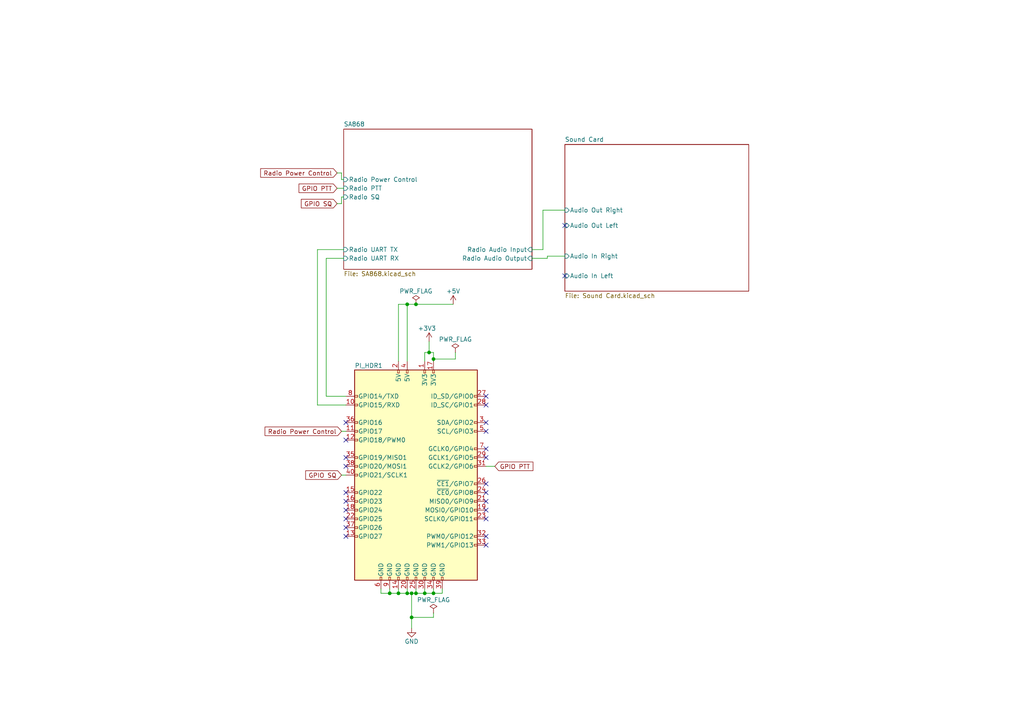
<source format=kicad_sch>
(kicad_sch (version 20211123) (generator eeschema)
  (paper "A4")
  (lib_symbols
    (symbol "Connector:Raspberry_Pi_2_3" (pin_names (offset 1.016))
      (property "Reference" "J" (at -17.78 31.75 0))
      (property "Value" "Raspberry_Pi_2_3" (at 10.16 -31.75 0))
      (symbol "Raspberry_Pi_2_3_0_1"
        (rectangle (start -17.78 30.48) (end 17.78 -30.48) (stroke (width 0.254)) (fill (type background)))
      )
      (symbol "Raspberry_Pi_2_3_1_1"
        (rectangle (start -16.891 -17.526) (end -17.78 -18.034))
        (rectangle (start -16.891 -14.986) (end -17.78 -15.494))
        (rectangle (start -16.891 -12.446) (end -17.78 -12.954))
        (rectangle (start -16.891 -9.906) (end -17.78 -10.414))
        (rectangle (start -16.891 -7.366) (end -17.78 -7.874))
        (rectangle (start -16.891 -4.826) (end -17.78 -5.334))
        (rectangle (start -16.891 0.254) (end -17.78 -0.254))
        (rectangle (start -16.891 2.794) (end -17.78 2.286))
        (rectangle (start -16.891 5.334) (end -17.78 4.826))
        (rectangle (start -16.891 10.414) (end -17.78 9.906))
        (rectangle (start -16.891 12.954) (end -17.78 12.446))
        (rectangle (start -16.891 15.494) (end -17.78 14.986))
        (rectangle (start -16.891 20.574) (end -17.78 20.066))
        (rectangle (start -16.891 23.114) (end -17.78 22.606))
        (rectangle (start -10.414 -29.591) (end -9.906 -30.48))
        (rectangle (start -7.874 -29.591) (end -7.366 -30.48))
        (rectangle (start -5.334 -29.591) (end -4.826 -30.48))
        (rectangle (start -5.334 30.48) (end -4.826 29.591))
        (rectangle (start -2.794 -29.591) (end -2.286 -30.48))
        (rectangle (start -2.794 30.48) (end -2.286 29.591))
        (rectangle (start -0.254 -29.591) (end 0.254 -30.48))
        (rectangle (start 2.286 -29.591) (end 2.794 -30.48))
        (rectangle (start 2.286 30.48) (end 2.794 29.591))
        (rectangle (start 4.826 -29.591) (end 5.334 -30.48))
        (rectangle (start 4.826 30.48) (end 5.334 29.591))
        (rectangle (start 7.366 -29.591) (end 7.874 -30.48))
        (rectangle (start 17.78 -20.066) (end 16.891 -20.574))
        (rectangle (start 17.78 -17.526) (end 16.891 -18.034))
        (rectangle (start 17.78 -12.446) (end 16.891 -12.954))
        (rectangle (start 17.78 -9.906) (end 16.891 -10.414))
        (rectangle (start 17.78 -7.366) (end 16.891 -7.874))
        (rectangle (start 17.78 -4.826) (end 16.891 -5.334))
        (rectangle (start 17.78 -2.286) (end 16.891 -2.794))
        (rectangle (start 17.78 2.794) (end 16.891 2.286))
        (rectangle (start 17.78 5.334) (end 16.891 4.826))
        (rectangle (start 17.78 7.874) (end 16.891 7.366))
        (rectangle (start 17.78 12.954) (end 16.891 12.446))
        (rectangle (start 17.78 15.494) (end 16.891 14.986))
        (rectangle (start 17.78 20.574) (end 16.891 20.066))
        (rectangle (start 17.78 23.114) (end 16.891 22.606))
        (pin power_in line (at 2.54 33.02 270) (length 2.54) (name "3V3") (number "1"))
        (pin bidirectional line (at -20.32 20.32 0) (length 2.54) (name "GPIO15/RXD") (number "10"))
        (pin bidirectional line (at -20.32 12.7 0) (length 2.54) (name "GPIO17") (number "11"))
        (pin bidirectional line (at -20.32 10.16 0) (length 2.54) (name "GPIO18/PWM0") (number "12"))
        (pin bidirectional line (at -20.32 -17.78 0) (length 2.54) (name "GPIO27") (number "13"))
        (pin power_in line (at -5.08 -33.02 90) (length 2.54) (name "GND") (number "14"))
        (pin bidirectional line (at -20.32 -5.08 0) (length 2.54) (name "GPIO22") (number "15"))
        (pin bidirectional line (at -20.32 -7.62 0) (length 2.54) (name "GPIO23") (number "16"))
        (pin power_in line (at 5.08 33.02 270) (length 2.54) (name "3V3") (number "17"))
        (pin bidirectional line (at -20.32 -10.16 0) (length 2.54) (name "GPIO24") (number "18"))
        (pin bidirectional line (at 20.32 -10.16 180) (length 2.54) (name "MOSI0/GPIO10") (number "19"))
        (pin power_in line (at -5.08 33.02 270) (length 2.54) (name "5V") (number "2"))
        (pin power_in line (at -2.54 -33.02 90) (length 2.54) (name "GND") (number "20"))
        (pin bidirectional line (at 20.32 -7.62 180) (length 2.54) (name "MISO0/GPIO9") (number "21"))
        (pin bidirectional line (at -20.32 -12.7 0) (length 2.54) (name "GPIO25") (number "22"))
        (pin bidirectional line (at 20.32 -12.7 180) (length 2.54) (name "SCLK0/GPIO11") (number "23"))
        (pin bidirectional line (at 20.32 -5.08 180) (length 2.54) (name "~{CE0}/GPIO8") (number "24"))
        (pin power_in line (at 0 -33.02 90) (length 2.54) (name "GND") (number "25"))
        (pin bidirectional line (at 20.32 -2.54 180) (length 2.54) (name "~{CE1}/GPIO7") (number "26"))
        (pin bidirectional line (at 20.32 22.86 180) (length 2.54) (name "ID_SD/GPIO0") (number "27"))
        (pin bidirectional line (at 20.32 20.32 180) (length 2.54) (name "ID_SC/GPIO1") (number "28"))
        (pin bidirectional line (at 20.32 5.08 180) (length 2.54) (name "GCLK1/GPIO5") (number "29"))
        (pin bidirectional line (at 20.32 15.24 180) (length 2.54) (name "SDA/GPIO2") (number "3"))
        (pin power_in line (at 2.54 -33.02 90) (length 2.54) (name "GND") (number "30"))
        (pin bidirectional line (at 20.32 2.54 180) (length 2.54) (name "GCLK2/GPIO6") (number "31"))
        (pin bidirectional line (at 20.32 -17.78 180) (length 2.54) (name "PWM0/GPIO12") (number "32"))
        (pin bidirectional line (at 20.32 -20.32 180) (length 2.54) (name "PWM1/GPIO13") (number "33"))
        (pin power_in line (at 5.08 -33.02 90) (length 2.54) (name "GND") (number "34"))
        (pin bidirectional line (at -20.32 5.08 0) (length 2.54) (name "GPIO19/MISO1") (number "35"))
        (pin bidirectional line (at -20.32 15.24 0) (length 2.54) (name "GPIO16") (number "36"))
        (pin bidirectional line (at -20.32 -15.24 0) (length 2.54) (name "GPIO26") (number "37"))
        (pin bidirectional line (at -20.32 2.54 0) (length 2.54) (name "GPIO20/MOSI1") (number "38"))
        (pin power_in line (at 7.62 -33.02 90) (length 2.54) (name "GND") (number "39"))
        (pin power_in line (at -2.54 33.02 270) (length 2.54) (name "5V") (number "4"))
        (pin bidirectional line (at -20.32 0 0) (length 2.54) (name "GPIO21/SCLK1") (number "40"))
        (pin bidirectional line (at 20.32 12.7 180) (length 2.54) (name "SCL/GPIO3") (number "5"))
        (pin power_in line (at -10.16 -33.02 90) (length 2.54) (name "GND") (number "6"))
        (pin bidirectional line (at 20.32 7.62 180) (length 2.54) (name "GCLK0/GPIO4") (number "7"))
        (pin bidirectional line (at -20.32 22.86 0) (length 2.54) (name "GPIO14/TXD") (number "8"))
        (pin power_in line (at -7.62 -33.02 90) (length 2.54) (name "GND") (number "9"))
      )
    )
    (symbol "power:+3V3" (power) (pin_names (offset 0))
      (property "Value" "+3V3" (at 0 3.556 0))
      (symbol "+3V3_0_1"
        (polyline (pts (xy -0.762 1.27) (xy 0 2.54)))
        (polyline (pts (xy 0 0) (xy 0 2.54)))
        (polyline (pts (xy 0 2.54) (xy 0.762 1.27)))
      )
      (symbol "+3V3_1_1"
        (pin power_in line (at 0 0 90) (length 0) hide (name "+3V3") (number "1"))
      )
    )
    (symbol "power:+5V" (power) (pin_names (offset 0))
      (property "Value" "+5V" (at 0 3.556 0))
      (symbol "+5V_0_1"
        (polyline (pts (xy -0.762 1.27) (xy 0 2.54)))
        (polyline (pts (xy 0 0) (xy 0 2.54)))
        (polyline (pts (xy 0 2.54) (xy 0.762 1.27)))
      )
      (symbol "+5V_1_1"
        (pin power_in line (at 0 0 90) (length 0) hide (name "+5V") (number "1"))
      )
    )
    (symbol "power:GND" (power) (pin_names (offset 0))
      (property "Value" "GND" (at 0 -3.81 0))
      (symbol "GND_0_1"
        (polyline (pts (xy 0 0) (xy 0 -1.27) (xy 1.27 -1.27) (xy 0 -2.54) (xy -1.27 -1.27) (xy 0 -1.27)))
      )
      (symbol "GND_1_1"
        (pin power_in line (at 0 0 270) (length 0) hide (name "GND") (number "1"))
      )
    )
    (symbol "power:PWR_FLAG" (power) (pin_numbers hide) (pin_names (offset 0) hide)
      (property "Value" "PWR_FLAG" (at 0 3.81 0))
      (symbol "PWR_FLAG_0_0"
        (pin power_out line (at 0 0 90) (length 0) (name "pwr") (number "1"))
      )
      (symbol "PWR_FLAG_0_1"
        (polyline (pts (xy 0 0) (xy 0 1.27) (xy -1.016 1.905) (xy 0 2.54) (xy 1.016 1.905) (xy 0 1.27)))
      )
    )
  )
  (junction (at 119.38 179.07))
  (junction (at 124.46 102.235))
  (junction (at 118.11 172.085))
  (junction (at 119.38 172.085))
  (junction (at 115.57 172.085))
  (junction (at 120.65 172.085))
  (junction (at 118.11 88.265))
  (junction (at 120.65 88.265))
  (junction (at 125.73 104.14))
  (junction (at 125.73 172.085))
  (junction (at 113.03 172.085))
  (junction (at 123.19 172.085))
  (no_connect (at 163.83 80.01))
  (no_connect (at 140.97 114.935))
  (no_connect (at 140.97 117.475))
  (no_connect (at 163.83 65.405))
  (no_connect (at 100.33 153.035))
  (no_connect (at 100.33 142.875))
  (no_connect (at 100.33 155.575))
  (no_connect (at 100.33 145.415))
  (no_connect (at 140.97 132.715))
  (no_connect (at 140.97 125.095))
  (no_connect (at 140.97 130.175))
  (no_connect (at 140.97 147.955))
  (no_connect (at 140.97 145.415))
  (no_connect (at 100.33 127.635))
  (no_connect (at 100.33 122.555))
  (no_connect (at 100.33 147.955))
  (no_connect (at 140.97 122.555))
  (no_connect (at 100.33 135.255))
  (no_connect (at 100.33 150.495))
  (no_connect (at 140.97 140.335))
  (no_connect (at 100.33 132.715))
  (no_connect (at 140.97 150.495))
  (no_connect (at 140.97 158.115))
  (no_connect (at 140.97 142.875))
  (no_connect (at 140.97 155.575))
  (wire (pts (xy 99.06 137.795) (xy 100.33 137.795)))
  (wire (pts (xy 125.73 170.815) (xy 125.73 172.085)))
  (wire (pts (xy 158.75 74.295) (xy 163.83 74.295)))
  (wire (pts (xy 128.27 172.085) (xy 128.27 170.815)))
  (wire (pts (xy 115.57 88.265) (xy 118.11 88.265)))
  (wire (pts (xy 125.73 102.235) (xy 125.73 104.14)))
  (wire (pts (xy 118.11 170.815) (xy 118.11 172.085)))
  (wire (pts (xy 158.75 74.93) (xy 158.75 74.295)))
  (wire (pts (xy 125.73 177.8) (xy 125.73 179.07)))
  (wire (pts (xy 120.65 88.265) (xy 131.445 88.265)))
  (wire (pts (xy 123.19 102.235) (xy 124.46 102.235)))
  (wire (pts (xy 100.33 117.475) (xy 92.075 117.475)))
  (wire (pts (xy 119.38 172.085) (xy 120.65 172.085)))
  (wire (pts (xy 113.03 170.815) (xy 113.03 172.085)))
  (wire (pts (xy 97.79 54.61) (xy 99.695 54.61)))
  (wire (pts (xy 113.03 172.085) (xy 115.57 172.085)))
  (wire (pts (xy 110.49 170.815) (xy 110.49 172.085)))
  (wire (pts (xy 120.65 172.085) (xy 123.19 172.085)))
  (wire (pts (xy 115.57 104.775) (xy 115.57 88.265)))
  (wire (pts (xy 99.06 59.055) (xy 99.06 57.15)))
  (wire (pts (xy 99.06 50.165) (xy 99.06 52.07)))
  (wire (pts (xy 123.19 172.085) (xy 125.73 172.085)))
  (wire (pts (xy 99.06 57.15) (xy 99.695 57.15)))
  (wire (pts (xy 154.305 74.93) (xy 158.75 74.93)))
  (wire (pts (xy 115.57 170.815) (xy 115.57 172.085)))
  (wire (pts (xy 119.38 179.07) (xy 125.73 179.07)))
  (wire (pts (xy 92.075 72.39) (xy 99.695 72.39)))
  (wire (pts (xy 119.38 182.245) (xy 119.38 179.07)))
  (wire (pts (xy 94.615 74.93) (xy 94.615 114.935)))
  (wire (pts (xy 123.19 104.775) (xy 123.19 102.235)))
  (wire (pts (xy 99.695 74.93) (xy 94.615 74.93)))
  (wire (pts (xy 118.11 88.265) (xy 118.11 104.775)))
  (wire (pts (xy 157.48 60.96) (xy 163.83 60.96)))
  (wire (pts (xy 110.49 172.085) (xy 113.03 172.085)))
  (wire (pts (xy 140.97 135.255) (xy 143.51 135.255)))
  (wire (pts (xy 94.615 114.935) (xy 100.33 114.935)))
  (wire (pts (xy 125.73 104.14) (xy 132.08 104.14)))
  (wire (pts (xy 99.06 125.095) (xy 100.33 125.095)))
  (wire (pts (xy 125.73 104.14) (xy 125.73 104.775)))
  (wire (pts (xy 97.79 50.165) (xy 99.06 50.165)))
  (wire (pts (xy 115.57 172.085) (xy 118.11 172.085)))
  (wire (pts (xy 124.46 99.06) (xy 124.46 102.235)))
  (wire (pts (xy 125.73 172.085) (xy 128.27 172.085)))
  (wire (pts (xy 157.48 60.96) (xy 157.48 72.39)))
  (wire (pts (xy 92.075 117.475) (xy 92.075 72.39)))
  (wire (pts (xy 118.11 88.265) (xy 120.65 88.265)))
  (wire (pts (xy 97.79 59.055) (xy 99.06 59.055)))
  (wire (pts (xy 99.06 52.07) (xy 99.695 52.07)))
  (wire (pts (xy 123.19 170.815) (xy 123.19 172.085)))
  (wire (pts (xy 119.38 172.085) (xy 119.38 179.07)))
  (wire (pts (xy 120.65 170.815) (xy 120.65 172.085)))
  (wire (pts (xy 118.11 172.085) (xy 119.38 172.085)))
  (wire (pts (xy 154.305 72.39) (xy 157.48 72.39)))
  (wire (pts (xy 124.46 102.235) (xy 125.73 102.235)))
  (wire (pts (xy 132.08 102.235) (xy 132.08 104.14)))
  (global_label "Radio Power Control" (shape input) (at 99.06 125.095 180) (property "Intersheet References" "${INTERSHEET_REFS}" (effects hide)))
  (global_label "GPIO PTT" (shape input) (at 143.51 135.255 0) (property "Intersheet References" "${INTERSHEET_REFS}" (effects hide)))
  (global_label "GPIO SQ" (shape input) (at 99.06 137.795 180) (property "Intersheet References" "${INTERSHEET_REFS}" (effects hide)))
  (global_label "GPIO SQ" (shape input) (at 97.79 59.055 180) (property "Intersheet References" "${INTERSHEET_REFS}" (effects hide)))
  (global_label "GPIO PTT" (shape input) (at 97.79 54.61 180) (property "Intersheet References" "${INTERSHEET_REFS}" (effects hide)))
  (global_label "Radio Power Control" (shape input) (at 97.79 50.165 180) (property "Intersheet References" "${INTERSHEET_REFS}" (effects hide)))
  (symbol (lib_id "power:+5V") (at 131.445 88.265 0) (unit 1)
    (property "Reference" "#PWR03" (effects hide))
    (property "Value" "+5V" (at 131.445 84.455 0))
  )
  (symbol (lib_id "power:+3V3") (at 124.46 99.06 0) (unit 1)
    (property "Reference" "#PWR02" (effects hide))
    (property "Value" "+3V3" (at 123.825 95.25 0))
  )
  (symbol (lib_id "power:PWR_FLAG") (at 120.65 88.265 0) (unit 1)
    (property "Reference" "#FLG01" (effects hide))
    (property "Value" "PWR_FLAG" (at 120.65 84.455 0))
  )
  (symbol (lib_id "power:PWR_FLAG") (at 132.08 102.235 0) (unit 1)
    (property "Reference" "#FLG02" (effects hide))
    (property "Value" "PWR_FLAG" (at 132.08 98.425 0))
  )
  (symbol (lib_id "Connector:Raspberry_Pi_2_3") (at 120.65 137.795 0) (unit 1)
    (property "Reference" "PI_HDR1" (at 102.87 106.045 0) (effects (justify left)))
    (property "Value" "PI" (effects hide))
    (property "Footprint" "Connector_PinSocket_2.54mm:PinSocket_2x20_P2.54mm_Vertical" (effects hide))
    (property "Datasheet" "https://www.raspberrypi.org/documentation/hardware/raspberrypi/schematics/rpi_SCH_3bplus_1p0_reduced.pdf" (effects hide))
    (property "Digikey" "https://www.digikey.com/short/14zjphrn" (effects hide))
    (property "Unit Price" "10.00" (effects hide))
    (property "DESCRIPTION" "Extended Header" (effects hide))
  )
  (symbol (lib_id "power:PWR_FLAG") (at 125.73 177.8 0) (unit 1)
    (property "Reference" "#FLG0101" (effects hide))
    (property "Value" "PWR_FLAG" (at 125.73 173.99 0))
  )
  (symbol (lib_id "power:GND") (at 119.38 182.245 0) (unit 1)
    (property "Reference" "#PWR01" (effects hide))
    (property "Value" "GND" (at 119.38 186.055 0))
  )
  (sheet (at 99.695 37.465) (size 54.61 40.64) (stroke (width 0.1524))
    (property "Sheet name" "SA868" (at 99.695 36.7534 0) (effects (justify left bottom)))
    (property "Sheet file" "SA868.kicad_sch" (at 99.695 78.6896 0) (effects (justify left top)))
    (pin "Radio UART RX" input (at 99.695 74.93 180))
    (pin "Radio UART TX" input (at 99.695 72.39 180))
    (pin "Radio Audio Input" input (at 154.305 72.39 0))
    (pin "Radio Audio Output" input (at 154.305 74.93 0))
    (pin "Radio SQ" input (at 99.695 57.15 180))
    (pin "Radio PTT" input (at 99.695 54.61 180))
    (pin "Radio Power Control" input (at 99.695 52.07 180))
  )
  (sheet (at 163.83 41.91) (size 53.34 42.545) (stroke (width 0.1524))
    (property "Sheet name" "Sound Card" (at 163.83 41.1984 0) (effects (justify left bottom)))
    (property "Sheet file" "Sound Card.kicad_sch" (at 163.83 85.0396 0) (effects (justify left top)))
    (pin "Audio Out Left" input (at 163.83 65.405 180))
    (pin "Audio Out Right" input (at 163.83 60.96 180))
    (pin "Audio In Left" input (at 163.83 80.01 180))
    (pin "Audio In Right" input (at 163.83 74.295 180))
  )
)
</source>
